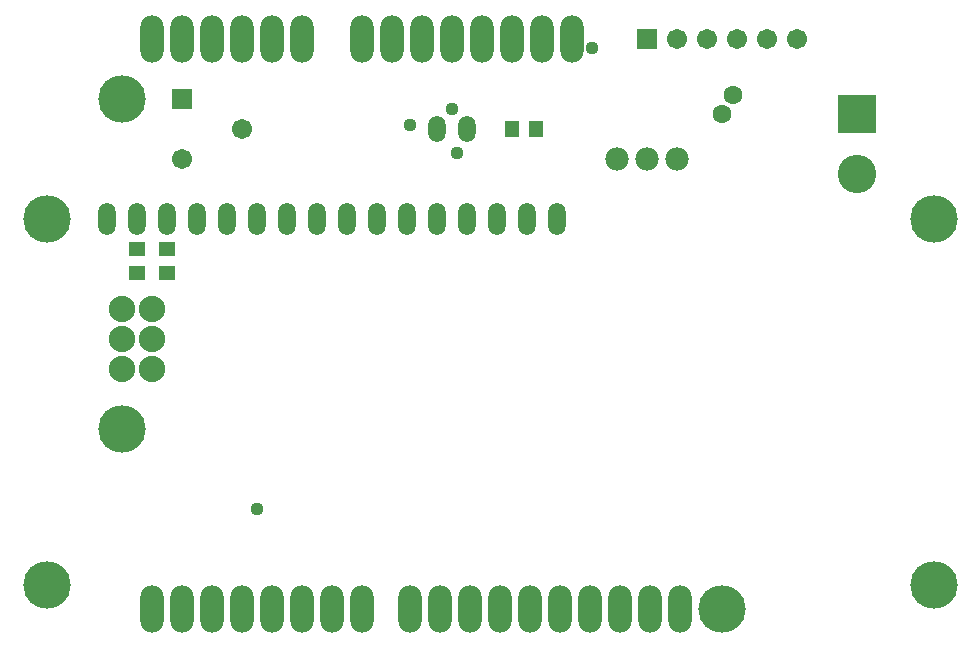
<source format=gbs>
G04 Layer_Color=16711935*
%FSLAX24Y24*%
%MOIN*%
G70*
G01*
G75*
%ADD30C,0.0880*%
%ADD31C,0.1580*%
%ADD32O,0.0780X0.1580*%
%ADD33C,0.1280*%
%ADD34R,0.1280X0.1280*%
%ADD35C,0.0780*%
%ADD36C,0.0671*%
%ADD37R,0.0671X0.0671*%
%ADD38O,0.0580X0.1080*%
%ADD39O,0.0580X0.0880*%
%ADD40C,0.0631*%
%ADD41C,0.0440*%
%ADD42R,0.0480X0.0580*%
%ADD43R,0.0580X0.0480*%
G54D30*
X4500Y9000D02*
D03*
X3500Y11000D02*
D03*
X4500D02*
D03*
X3500Y10000D02*
D03*
X4500D02*
D03*
X3500Y9000D02*
D03*
G54D31*
X23500Y1000D02*
D03*
X3500Y7000D02*
D03*
Y18000D02*
D03*
X30550Y1800D02*
D03*
Y14000D02*
D03*
X1000Y1800D02*
D03*
Y14000D02*
D03*
G54D32*
X16500Y20000D02*
D03*
X15500D02*
D03*
X14500D02*
D03*
X13500D02*
D03*
X12500D02*
D03*
X11500D02*
D03*
X9500D02*
D03*
X8500D02*
D03*
X7500D02*
D03*
X6500D02*
D03*
X5500D02*
D03*
X4500D02*
D03*
Y1000D02*
D03*
X5500D02*
D03*
X6500D02*
D03*
X7500D02*
D03*
X8500D02*
D03*
X9500D02*
D03*
X10500D02*
D03*
X11500D02*
D03*
X13100D02*
D03*
X14100D02*
D03*
X15100D02*
D03*
X16100D02*
D03*
X17100D02*
D03*
X18100D02*
D03*
X19100D02*
D03*
X20100D02*
D03*
X17500Y20000D02*
D03*
X18500D02*
D03*
X21100Y1000D02*
D03*
X22100D02*
D03*
G54D33*
X28000Y15500D02*
D03*
G54D34*
Y17500D02*
D03*
G54D35*
X22000Y16000D02*
D03*
X20000D02*
D03*
X21000D02*
D03*
G54D36*
X5500D02*
D03*
X7500Y17000D02*
D03*
X22000Y20000D02*
D03*
X23000D02*
D03*
X24000D02*
D03*
X25000D02*
D03*
X26000D02*
D03*
G54D37*
X5500Y18000D02*
D03*
X21000Y20000D02*
D03*
G54D38*
X3000Y14000D02*
D03*
X4000D02*
D03*
X5000D02*
D03*
X6000D02*
D03*
X7000D02*
D03*
X8000D02*
D03*
X9000D02*
D03*
X10000D02*
D03*
X11000D02*
D03*
X12000D02*
D03*
X13000D02*
D03*
X14000D02*
D03*
X15000D02*
D03*
X16000D02*
D03*
X17000D02*
D03*
X18000D02*
D03*
G54D39*
X14000Y17000D02*
D03*
X15000D02*
D03*
G54D40*
X23500Y17500D02*
D03*
X23864Y18136D02*
D03*
G54D41*
X13100Y17136D02*
D03*
X8000Y4336D02*
D03*
X14680Y16186D02*
D03*
X14500Y17646D02*
D03*
X19170Y19696D02*
D03*
G54D42*
X17300Y17000D02*
D03*
X16500D02*
D03*
G54D43*
X5000Y12200D02*
D03*
Y13000D02*
D03*
X4000Y12200D02*
D03*
Y13000D02*
D03*
M02*

</source>
